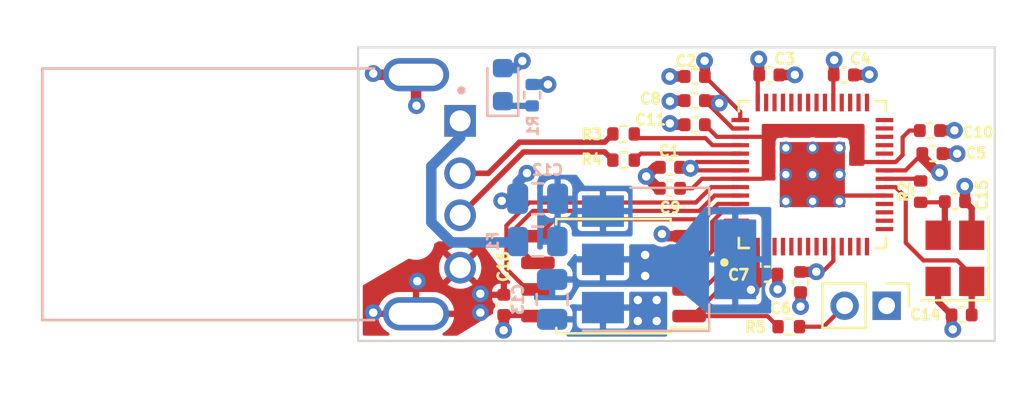
<source format=kicad_pcb>
(kicad_pcb (version 20211014) (generator pcbnew)
  (layers (0 "F.Cu" signal) (1 "In1.Cu" signal) (2 "In2.Cu" signal) (31 "B.Cu" signal) (34 "B.Paste" user) (35 "F.Paste" user) (36 "B.SilkS" user "B.Silkscreen") (37 "F.SilkS" user "F.Silkscreen") (38 "B.Mask" user) (39 "F.Mask" user) (44 "Edge.Cuts" user))
  (net 0 "")
  (net 1 "+3V3")
  (net 2 "GND")
  (net 3 "+1V1")
  (net 4 "Net-(C12-Pad1)")
  (net 5 "XIN")
  (net 6 "Net-(C15-Pad1)")
  (net 7 "Net-(D1-Pad1)")
  (net 8 "VCC")
  (net 9 "/~{USB_BOOT}")
  (net 10 "XOUT")
  (net 11 "Net-(R3-Pad2)")
  (net 12 "Net-(R4-Pad2)")
  (net 13 "/QSPI_CSN")
  (net 23 "/QSPI_SD3")
  (net 24 "/QSPI_SCLK")
  (net 25 "/QSPI_SD0")
  (net 26 "/QSPI_SD2")
  (net 27 "/QSPI_SD1")
  (net 52 "USB_D+")
  (net 53 "USB_D-")
  (footprint "Capacitor_SMD:C_0402_1005Metric" (layer "F.Cu") (at 114.55 97.94 -90)
    (fp_text reference "C6" (at 1.26 0.95 180) (layer "F.SilkS") (effects (font (size 0.5 0.5) (thickness 0.125))))
    (fp_text value "100n")
    (fp_line (start -0.107836 0.36) (end 0.107836 0.36) (layer "F.SilkS") (width 0.12))
    (fp_line (start -0.107836 -0.36) (end 0.107836 -0.36) (layer "F.SilkS") (width 0.12))
    (pad "1" smd roundrect (at -0.48 0 270) (size 0.56 0.62) (layers "F.Cu" "F.Paste" "F.Mask") (net 1 "+3V3"))
    (pad "2" smd roundrect (at 0.48 0 270) (size 0.56 0.62) (layers "F.Cu" "F.Paste" "F.Mask") (net 2 "GND"))
  )
  (footprint "Connector_PinHeader_2.00mm:PinHeader_1x02_P2.00mm_Vertical" (layer "F.Cu") (at 118.65 99.07 -90)
    (fp_text reference "J2" hide)
    (fp_text value "Conn_01x02")
    (fp_line (start -1.06 0) (end -1.06 -1.06) (layer "F.SilkS") (width 0.12))
    (fp_line (start -1.06 3.06) (end 1.06 3.06) (layer "F.SilkS") (width 0.12))
    (fp_line (start -1.06 1) (end -1.06 3.06) (layer "F.SilkS") (width 0.12))
    (fp_line (start -1.06 1) (end 1.06 1) (layer "F.SilkS") (width 0.12))
    (fp_line (start -1.06 -1.06) (end 0 -1.06) (layer "F.SilkS") (width 0.12))
    (fp_line (start 1.06 1) (end 1.06 3.06) (layer "F.SilkS") (width 0.12))
    (pad "1" thru_hole rect (at 0 0 270) (size 1.35 1.35) (drill 0.8) (layers *.Cu *.Mask) (net 2 "GND"))
    (pad "2" thru_hole oval (at 0 2 270) (size 1.35 1.35) (drill 0.8) (layers *.Cu *.Mask) (net 9 "/~{USB_BOOT}"))
  )
  (footprint "" (layer "F.Cu") (at 116.4 91.541802)
    (fp_text reference "" (at 0 0) (layer "F.SilkS") (effects (font (size 1.27 1.27))))
    (fp_text value "" (at 0 0) (layer "F.SilkS") (effects (font (size 1.27 1.27))))
    (pad "57" thru_hole circle locked (at 0 0) (size 0.6 0.6) (drill 0.35) (layers *.Cu) (net 2 "GND"))
  )
  (footprint "Capacitor_SMD:C_0402_1005Metric" (layer "F.Cu") (at 122.222512 99.509302 180)
    (fp_text reference "C14" (at 1.722512 0.009302) (layer "F.SilkS") (effects (font (size 0.5 0.5) (thickness 0.125))))
    (fp_text value "20p")
    (fp_line (start -0.107836 0.36) (end 0.107836 0.36) (layer "F.SilkS") (width 0.12))
    (fp_line (start -0.107836 -0.36) (end 0.107836 -0.36) (layer "F.SilkS") (width 0.12))
    (pad "1" smd roundrect (at -0.48 0 180) (size 0.56 0.62) (layers "F.Cu" "F.Paste" "F.Mask") (net 5 "XIN"))
    (pad "2" smd roundrect (at 0.48 0 180) (size 0.56 0.62) (layers "F.Cu" "F.Paste" "F.Mask") (net 2 "GND"))
  )
  (footprint "Resistor_SMD:R_0402_1005Metric" (layer "F.Cu") (at 120.27 93.63 90)
    (fp_text reference "R2" (at 0 -0.77 90) (layer "F.SilkS") (effects (font (size 0.5 0.5) (thickness 0.125))))
    (fp_text value "1k")
    (fp_line (start -0.153641 0.38) (end 0.153641 0.38) (layer "F.SilkS") (width 0.12))
    (fp_line (start -0.153641 -0.38) (end 0.153641 -0.38) (layer "F.SilkS") (width 0.12))
    (pad "1" smd roundrect (at -0.51 0 90) (size 0.54 0.64) (layers "F.Cu" "F.Paste" "F.Mask") (net 6 "Net-(C15-Pad1)"))
    (pad "2" smd roundrect (at 0.51 0 90) (size 0.54 0.64) (layers "F.Cu" "F.Paste" "F.Mask") (net 10 "XOUT"))
  )
  (footprint "" (layer "F.Cu") (at 116.4 94.091802)
    (fp_text reference "" (at 0 0) (layer "F.SilkS") (effects (font (size 1.27 1.27))))
    (fp_text value "" (at 0 0) (layer "F.SilkS") (effects (font (size 1.27 1.27))))
    (pad "57" thru_hole circle locked (at 0 0) (size 0.6 0.6) (drill 0.35) (layers *.Cu) (net 2 "GND"))
  )
  (footprint "Capacitor_SMD:C_0402_1005Metric" (layer "F.Cu") (at 116.611814 88.066802)
    (fp_text reference "C4" (at 0.788186 -0.766802) (layer "F.SilkS") (effects (font (size 0.5 0.5) (thickness 0.125))))
    (fp_text value "100n")
    (fp_line (start -0.107836 0.36) (end 0.107836 0.36) (layer "F.SilkS") (width 0.12))
    (fp_line (start -0.107836 -0.36) (end 0.107836 -0.36) (layer "F.SilkS") (width 0.12))
    (pad "1" smd roundrect (at -0.48 0) (size 0.56 0.62) (layers "F.Cu" "F.Paste" "F.Mask") (net 1 "+3V3"))
    (pad "2" smd roundrect (at 0.48 0) (size 0.56 0.62) (layers "F.Cu" "F.Paste" "F.Mask") (net 2 "GND"))
  )
  (footprint "Crystal:Crystal_SMD_SeikoEpson_FA238-4Pin_3.2x2.5mm" (layer "F.Cu") (at 121.901814 96.809302 90)
    (fp_text reference "HSE1" hide)
    (fp_text value "12MHz")
    (fp_line (start -2 -1.6) (end -2 1.6) (layer "F.SilkS") (width 0.12))
    (fp_line (start -2 1.6) (end 2 1.6) (layer "F.SilkS") (width 0.12))
    (pad "1" smd rect (at -1.1 0.8 90) (size 1.4 1.2) (layers "F.Cu" "F.Paste" "F.Mask") (net 5 "XIN"))
    (pad "2" smd rect (at 1.1 0.8 90) (size 1.4 1.2) (layers "F.Cu" "F.Paste" "F.Mask") (net 2 "GND"))
    (pad "3" smd rect (at 1.1 -0.8 90) (size 1.4 1.2) (layers "F.Cu" "F.Paste" "F.Mask") (net 6 "Net-(C15-Pad1)"))
    (pad "4" smd rect (at -1.1 -0.8 90) (size 1.4 1.2) (layers "F.Cu" "F.Paste" "F.Mask") (net 2 "GND"))
  )
  (footprint "Capacitor_SMD:C_0402_1005Metric" (layer "F.Cu") (at 120.711814 90.716802)
    (fp_text reference "C10" (at 2.288186 0.083198) (layer "F.SilkS") (effects (font (size 0.5 0.5) (thickness 0.125))))
    (fp_text value "100n")
    (fp_line (start -0.107836 0.36) (end 0.107836 0.36) (layer "F.SilkS") (width 0.12))
    (fp_line (start -0.107836 -0.36) (end 0.107836 -0.36) (layer "F.SilkS") (width 0.12))
    (pad "1" smd roundrect (at -0.48 0) (size 0.56 0.62) (layers "F.Cu" "F.Paste" "F.Mask") (net 3 "+1V1"))
    (pad "2" smd roundrect (at 0.48 0) (size 0.56 0.62) (layers "F.Cu" "F.Paste" "F.Mask") (net 2 "GND"))
  )
  (footprint "" (layer "F.Cu") (at 113.85 94.091802)
    (fp_text reference "" (at 0 0) (layer "F.SilkS") (effects (font (size 1.27 1.27))))
    (fp_text value "" (at 0 0) (layer "F.SilkS") (effects (font (size 1.27 1.27))))
    (pad "57" thru_hole circle locked (at 0 0) (size 0.6 0.6) (drill 0.35) (layers *.Cu) (net 2 "GND"))
  )
  (footprint "Resistor_SMD:R_0402_1005Metric" (layer "F.Cu") (at 106.121814 92.129302)
    (fp_text reference "R4" (at -1.521814 -0.029302) (layer "F.SilkS") (effects (font (size 0.5 0.5) (thickness 0.125))))
    (fp_text value "27")
    (fp_line (start -0.153641 0.38) (end 0.153641 0.38) (layer "F.SilkS") (width 0.12))
    (fp_line (start -0.153641 -0.38) (end 0.153641 -0.38) (layer "F.SilkS") (width 0.12))
    (pad "1" smd roundrect (at -0.51 0) (size 0.54 0.64) (layers "F.Cu" "F.Paste" "F.Mask") (net 52 "USB_D+"))
    (pad "2" smd roundrect (at 0.51 0) (size 0.54 0.64) (layers "F.Cu" "F.Paste" "F.Mask") (net 12 "Net-(R4-Pad2)"))
  )
  (footprint "RP2040:QFN40P700X700X90-57N" (layer "F.Cu") (at 115.111814 92.816802 90)
    (fp_text reference "U2" hide)
    (fp_text value "RP2040")
    (fp_line (start 3.5 3.5) (end 3.5 3.02) (layer "F.SilkS") (width 0.127))
    (fp_line (start -3.5 3.5) (end -3.02 3.5) (layer "F.SilkS") (width 0.127))
    (fp_line (start -3.5 3.5) (end -3.5 3.02) (layer "F.SilkS") (width 0.127))
    (fp_line (start 3.5 -3.5) (end 3.02 -3.5) (layer "F.SilkS") (width 0.127))
    (fp_line (start -3.5 -3.5) (end -3.02 -3.5) (layer "F.SilkS") (width 0.127))
    (fp_line (start 3.5 -3.5) (end 3.5 -3.02) (layer "F.SilkS") (width 0.127))
    (fp_line (start 3.5 3.5) (end 3.02 3.5) (layer "F.SilkS") (width 0.127))
    (fp_line (start -3.5 -3.5) (end -3.5 -3.02) (layer "F.SilkS") (width 0.127))
    (fp_circle (center -4.191 -4.191) (end -4.091 -4.191) (layer "F.SilkS") (width 0.2) (fill none))
    (pad "1" smd roundrect (at -3.435 -2.6 90) (size 0.84 0.2) (layers "F.Cu" "F.Paste" "F.Mask") (roundrect_rratio 0.03) (net 1 "+3V3"))
    (pad "2" smd roundrect (at -3.435 -2.2 90) (size 0.84 0.2) (layers "F.Cu" "F.Paste" "F.Mask") (roundrect_rratio 0.03))
    (pad "3" smd roundrect (at -3.435 -1.8 90) (size 0.84 0.2) (layers "F.Cu" "F.Paste" "F.Mask") (roundrect_rratio 0.03))
    (pad "4" smd roundrect (at -3.435 -1.4 90) (size 0.84 0.2) (layers "F.Cu" "F.Paste" "F.Mask") (roundrect_rratio 0.03))
    (pad "5" smd roundrect (at -3.435 -1 90) (size 0.84 0.2) (layers "F.Cu" "F.Paste" "F.Mask") (roundrect_rratio 0.03))
    (pad "6" smd roundrect (at -3.435 -0.6 90) (size 0.84 0.2) (layers "F.Cu" "F.Paste" "F.Mask") (roundrect_rratio 0.03))
    (pad "7" smd roundrect (at -3.435 -0.2 90) (size 0.84 0.2) (layers "F.Cu" "F.Paste" "F.Mask") (roundrect_rratio 0.03))
    (pad "8" smd roundrect (at -3.435 0.2 90) (size 0.84 0.2) (layers "F.Cu" "F.Paste" "F.Mask") (roundrect_rratio 0.03))
    (pad "9" smd roundrect (at -3.435 0.6 90) (size 0.84 0.2) (layers "F.Cu" "F.Paste" "F.Mask") (roundrect_rratio 0.03))
    (pad "10" smd roundrect (at -3.435 1 90) (size 0.84 0.2) (layers "F.Cu" "F.Paste" "F.Mask") (roundrect_rratio 0.03) (net 1 "+3V3"))
    (pad "11" smd roundrect (at -3.435 1.4 90) (size 0.84 0.2) (layers "F.Cu" "F.Paste" "F.Mask") (roundrect_rratio 0.03))
    (pad "12" smd roundrect (at -3.435 1.8 90) (size 0.84 0.2) (layers "F.Cu" "F.Paste" "F.Mask") (roundrect_rratio 0.03))
    (pad "13" smd roundrect (at -3.435 2.2 90) (size 0.84 0.2) (layers "F.Cu" "F.Paste" "F.Mask") (roundrect_rratio 0.03))
    (pad "14" smd roundrect (at -3.435 2.6 90) (size 0.84 0.2) (layers "F.Cu" "F.Paste" "F.Mask") (roundrect_rratio 0.03))
    (pad "15" smd roundrect (at -2.6 3.435 90) (size 0.2 0.84) (layers "F.Cu" "F.Paste" "F.Mask") (roundrect_rratio 0.1))
    (pad "16" smd roundrect (at -2.2 3.435 90) (size 0.2 0.84) (layers "F.Cu" "F.Paste" "F.Mask") (roundrect_rratio 0.1))
    (pad "17" smd roundrect (at -1.8 3.435 90) (size 0.2 0.84) (layers "F.Cu" "F.Paste" "F.Mask") (roundrect_rratio 0.1))
    (pad "18" smd roundrect (at -1.4 3.435 90) (size 0.2 0.84) (layers "F.Cu" "F.Paste" "F.Mask") (roundrect_rratio 0.1))
    (pad "19" smd roundrect (at -1 3.435 90) (size 0.2 0.84) (layers "F.Cu" "F.Paste" "F.Mask") (roundrect_rratio 0.1) (net 2 "GND"))
    (pad "20" smd roundrect (at -0.6 3.435 90) (size 0.2 0.84) (layers "F.Cu" "F.Paste" "F.Mask") (roundrect_rratio 0.1) (net 5 "XIN"))
    (pad "21" smd roundrect (at -0.2 3.435 90) (size 0.2 0.84) (layers "F.Cu" "F.Paste" "F.Mask") (roundrect_rratio 0.1) (net 10 "XOUT"))
    (pad "22" smd roundrect (at 0.2 3.435 90) (size 0.2 0.84) (layers "F.Cu" "F.Paste" "F.Mask") (roundrect_rratio 0.1) (net 1 "+3V3"))
    (pad "23" smd roundrect (at 0.6 3.435 90) (size 0.2 0.84) (layers "F.Cu" "F.Paste" "F.Mask") (roundrect_rratio 0.1) (net 3 "+1V1"))
    (pad "24" smd roundrect (at 1 3.435 90) (size 0.2 0.84) (layers "F.Cu" "F.Paste" "F.Mask") (roundrect_rratio 0.1))
    (pad "25" smd roundrect (at 1.4 3.435 90) (size 0.2 0.84) (layers "F.Cu" "F.Paste" "F.Mask") (roundrect_rratio 0.1))
    (pad "26" smd roundrect (at 1.8 3.435 90) (size 0.2 0.84) (layers "F.Cu" "F.Paste" "F.Mask") (roundrect_rratio 0.1))
    (pad "27" smd roundrect (at 2.2 3.435 90) (size 0.2 0.84) (layers "F.Cu" "F.Paste" "F.Mask") (roundrect_rratio 0.1))
    (pad "28" smd roundrect (at 2.6 3.435 90) (size 0.2 0.84) (layers "F.Cu" "F.Paste" "F.Mask") (roundrect_rratio 0.1))
    (pad "29" smd roundrect (at 3.435 2.6 90) (size 0.84 0.2) (layers "F.Cu" "F.Paste" "F.Mask") (roundrect_rratio 0.03))
    (pad "30" smd roundrect (at 3.435 2.2 90) (size 0.84 0.2) (layers "F.Cu" "F.Paste" "F.Mask") (roundrect_rratio 0.03))
    (pad "31" smd roundrect (at 3.435 1.8 90) (size 0.84 0.2) (layers "F.Cu" "F.Paste" "F.Mask") (roundrect_rratio 0.03))
    (pad "32" smd roundrect (at 3.435 1.4 90) (size 0.84 0.2) (layers "F.Cu" "F.Paste" "F.Mask") (roundrect_rratio 0.03))
    (pad "33" smd roundrect (at 3.435 1 90) (size 0.84 0.2) (layers "F.Cu" "F.Paste" "F.Mask") (roundrect_rratio 0.03) (net 1 "+3V3"))
    (pad "34" smd roundrect (at 3.435 0.6 90) (size 0.84 0.2) (layers "F.Cu" "F.Paste" "F.Mask") (roundrect_rratio 0.03))
    (pad "35" smd roundrect (at 3.435 0.2 90) (size 0.84 0.2) (layers "F.Cu" "F.Paste" "F.Mask") (roundrect_rratio 0.03))
    (pad "36" smd roundrect (at 3.435 -0.2 90) (size 0.84 0.2) (layers "F.Cu" "F.Paste" "F.Mask") (roundrect_rratio 0.03))
    (pad "37" smd roundrect (at 3.435 -0.6 90) (size 0.84 0.2) (layers "F.Cu" "F.Paste" "F.Mask") (roundrect_rratio 0.03))
    (pad "38" smd roundrect (at 3.435 -1 90) (size 0.84 0.2) (layers "F.Cu" "F.Paste" "F.Mask") (roundrect_rratio 0.03))
    (pad "39" smd roundrect (at 3.435 -1.4 90) (size 0.84 0.2) (layers "F.Cu" "F.Paste" "F.Mask") (roundrect_rratio 0.03))
    (pad "40" smd roundrect (at 3.435 -1.8 90) (size 0.84 0.2) (layers "F.Cu" "F.Paste" "F.Mask") (roundrect_rratio 0.03))
    (pad "41" smd roundrect (at 3.435 -2.2 90) (size 0.84 0.2) (layers "F.Cu" "F.Paste" "F.Mask") (roundrect_rratio 0.03))
    (pad "42" smd roundrect (at 3.435 -2.6 90) (size 0.84 0.2) (layers "F.Cu" "F.Paste" "F.Mask") (roundrect_rratio 0.03) (net 1 "+3V3"))
    (pad "43" smd roundrect (at 2.6 -3.435 90) (size 0.2 0.84) (layers "F.Cu" "F.Paste" "F.Mask") (roundrect_rratio 0.1) (net 1 "+3V3"))
    (pad "44" smd roundrect (at 2.2 -3.435 90) (size 0.2 0.84) (layers "F.Cu" "F.Paste" "F.Mask") (roundrect_rratio 0.1) (net 1 "+3V3"))
    (pad "45" smd roundrect (at 1.8 -3.435 90) (size 0.2 0.84) (layers "F.Cu" "F.Paste" "F.Mask") (roundrect_rratio 0.1) (net 3 "+1V1"))
    (pad "46" smd roundrect (at 1.4 -3.435 90) (size 0.2 0.84) (layers "F.Cu" "F.Paste" "F.Mask") (roundrect_rratio 0.1) (net 11 "Net-(R3-Pad2)"))
    (pad "47" smd roundrect (at 1 -3.435 90) (size 0.2 0.84) (layers "F.Cu" "F.Paste" "F.Mask") (roundrect_rratio 0.1) (net 12 "Net-(R4-Pad2)"))
    (pad "48" smd roundrect (at 0.6 -3.435 90) (size 0.2 0.84) (layers "F.Cu" "F.Paste" "F.Mask") (roundrect_rratio 0.1) (net 1 "+3V3"))
    (pad "49" smd roundrect (at 0.2 -3.435 90) (size 0.2 0.84) (layers "F.Cu" "F.Paste" "F.Mask") (roundrect_rratio 0.1) (net 1 "+3V3"))
    (pad "50" smd roundrect (at -0.2 -3.435 90) (size 0.2 0.84) (layers "F.Cu" "F.Paste" "F.Mask") (roundrect_rratio 0.1) (net 3 "+1V1"))
    (pad "51" smd roundrect (at -0.6 -3.435 90) (size 0.2 0.84) (layers "F.Cu" "F.Paste" "F.Mask") (roundrect_rratio 0.1) (net 23 "/QSPI_SD3"))
    (pad "52" smd roundrect (at -1 -3.435 90) (size 0.2 0.84) (layers "F.Cu" "F.Paste" "F.Mask") (roundrect_rratio 0.1) (net 24 "/QSPI_SCLK"))
    (pad "53" smd roundrect (at -1.4 -3.435 90) (size 0.2 0.84) (layers "F.Cu" "F.Paste" "F.Mask") (roundrect_rratio 0.1) (net 25 "/QSPI_SD0"))
    (pad "54" smd roundrect (at -1.8 -3.435 90) (size 0.2 0.84) (layers "F.Cu" "F.Paste" "F.Mask") (roundrect_rratio 0.1) (net 26 "/QSPI_SD2"))
    (pad "55" smd roundrect (at -2.2 -3.435 90) (size 0.2 0.84) (layers "F.Cu" "F.Paste" "F.Mask") (roundrect_rratio 0.1) (net 27 "/QSPI_SD1"))
    (pad "56" smd roundrect (at -2.6 -3.435 90) (size 0.2 0.84) (layers "F.Cu" "F.Paste" "F.Mask") (roundrect_rratio 0.1) (net 13 "/QSPI_CSN"))
    (pad "57" smd rect (at 0 0 90) (size 3.1 3.1) (layers "F.Cu" "F.Mask") (net 2 "GND"))
  )
  (footprint "" (layer "F.Cu") (at 115.125 91.541802)
    (fp_text reference "" (at 0 0) (layer "F.SilkS") (effects (font (size 1.27 1.27))))
    (fp_text value "" (at 0 0) (layer "F.SilkS") (effects (font (size 1.27 1.27))))
    (pad "57" thru_hole circle locked (at 0 0) (size 0.6 0.6) (drill 0.35) (layers *.Cu) (net 2 "GND"))
  )
  (footprint "Capacitor_SMD:C_0402_1005Metric" (layer "F.Cu") (at 121.901814 94.109302)
    (fp_text reference "C15" (at 1.298186 -0.309302 90) (layer "F.SilkS") (effects (font (size 0.5 0.5) (thickness 0.125))))
    (fp_text value "20p")
    (fp_line (start -0.107836 0.36) (end 0.107836 0.36) (layer "F.SilkS") (width 0.12))
    (fp_line (start -0.107836 -0.36) (end 0.107836 -0.36) (layer "F.SilkS") (width 0.12))
    (pad "1" smd roundrect (at -0.48 0) (size 0.56 0.62) (layers "F.Cu" "F.Paste" "F.Mask") (net 6 "Net-(C15-Pad1)"))
    (pad "2" smd roundrect (at 0.48 0) (size 0.56 0.62) (layers "F.Cu" "F.Paste" "F.Mask") (net 2 "GND"))
  )
  (footprint "Capacitor_SMD:C_0402_1005Metric" (layer "F.Cu") (at 109.511814 90.439302 180)
    (fp_text reference "C11" (at 2.111814 0.239302) (layer "F.SilkS") (effects (font (size 0.5 0.5) (thickness 0.125))))
    (fp_text value "1u")
    (fp_line (start -0.107836 -0.36) (end 0.107836 -0.36) (layer "F.SilkS") (width 0.12))
    (fp_line (start -0.107836 0.36) (end 0.107836 0.36) (layer "F.SilkS") (width 0.12))
    (pad "1" smd roundrect (at -0.48 0 180) (size 0.56 0.62) (layers "F.Cu" "F.Paste" "F.Mask") (net 3 "+1V1"))
    (pad "2" smd roundrect (at 0.48 0 180) (size 0.56 0.62) (layers "F.Cu" "F.Paste" "F.Mask") (net 2 "GND"))
  )
  (footprint "Resistor_SMD:R_0402_1005Metric" (layer "F.Cu") (at 106.121814 90.879302)
    (fp_text reference "R3" (at -1.521814 0.020698) (layer "F.SilkS") (effects (font (size 0.5 0.5) (thickness 0.125))))
    (fp_text value "27")
    (fp_line (start -0.153641 0.38) (end 0.153641 0.38) (layer "F.SilkS") (width 0.12))
    (fp_line (start -0.153641 -0.38) (end 0.153641 -0.38) (layer "F.SilkS") (width 0.12))
    (pad "1" smd roundrect (at -0.51 0) (size 0.54 0.64) (layers "F.Cu" "F.Paste" "F.Mask") (net 53 "USB_D-"))
    (pad "2" smd roundrect (at 0.51 0) (size 0.54 0.64) (layers "F.Cu" "F.Paste" "F.Mask") (net 11 "Net-(R3-Pad2)"))
  )
  (footprint "Capacitor_SMD:C_0402_1005Metric" (layer "F.Cu") (at 109.511814 88.139302 180)
    (fp_text reference "C2" (at 0.411814 0.739302) (layer "F.SilkS") (effects (font (size 0.5 0.5) (thickness 0.125))))
    (fp_text value "100n")
    (fp_line (start -0.107836 0.36) (end 0.107836 0.36) (layer "F.SilkS") (width 0.12))
    (fp_line (start -0.107836 -0.36) (end 0.107836 -0.36) (layer "F.SilkS") (width 0.12))
    (pad "1" smd roundrect (at -0.48 0 180) (size 0.56 0.62) (layers "F.Cu" "F.Paste" "F.Mask") (net 1 "+3V3"))
    (pad "2" smd roundrect (at 0.48 0 180) (size 0.56 0.62) (layers "F.Cu" "F.Paste" "F.Mask") (net 2 "GND"))
  )
  (footprint "" (layer "F.Cu") (at 116.4 92.816802)
    (fp_text reference "" (at 0 0) (layer "F.SilkS") (effects (font (size 1.27 1.27))))
    (fp_text value "" (at 0 0) (layer "F.SilkS") (effects (font (size 1.27 1.27))))
    (pad "57" thru_hole circle locked (at 0 0) (size 0.6 0.6) (drill 0.35) (layers *.Cu) (net 2 "GND"))
  )
  (footprint "" (layer "F.Cu") (at 113.85 92.816802)
    (fp_text reference "" (at 0 0) (layer "F.SilkS") (effects (font (size 1.27 1.27))))
    (fp_text value "" (at 0 0) (layer "F.SilkS") (effects (font (size 1.27 1.27))))
    (pad "57" thru_hole circle locked (at 0 0) (size 0.6 0.6) (drill 0.35) (layers *.Cu) (net 2 "GND"))
  )
  (footprint "Capacitor_SMD:C_0402_1005Metric" (layer "F.Cu") (at 109.511814 89.289302 180)
    (fp_text reference "C8" (at 2.111814 0.089302) (layer "F.SilkS") (effects (font (size 0.5 0.5) (thickness 0.125))))
    (fp_text value "1u")
    (fp_line (start -0.107836 -0.36) (end 0.107836 -0.36) (layer "F.SilkS") (width 0.12))
    (fp_line (start -0.107836 0.36) (end 0.107836 0.36) (layer "F.SilkS") (width 0.12))
    (pad "1" smd roundrect (at -0.48 0 180) (size 0.56 0.62) (layers "F.Cu" "F.Paste" "F.Mask") (net 1 "+3V3"))
    (pad "2" smd roundrect (at 0.48 0 180) (size 0.56 0.62) (layers "F.Cu" "F.Paste" "F.Mask") (net 2 "GND"))
  )
  (footprint "Package_SO:SOIC-8_5.23x5.23mm_P1.27mm" (layer "F.Cu") (at 105.641814 97.659302 180)
    (fp_text reference "U3" hide)
    (fp_text value "W25Q128JVS")
    (fp_line (start 2.725 2.725) (end 2.725 2.465) (layer "F.SilkS") (width 0.12))
    (fp_line (start -2.725 2.725) (end -2.725 2.465) (layer "F.SilkS") (width 0.12))
    (fp_line (start -2.725 -2.465) (end -4.4 -2.465) (layer "F.SilkS") (width 0.12))
    (fp_line (start 0 2.725) (end -2.725 2.725) (layer "F.SilkS") (width 0.12))
    (fp_line (start 0 2.725) (end 2.725 2.725) (layer "F.SilkS") (width 0.12))
    (fp_line (start 0 -2.725) (end 2.725 -2.725) (layer "F.SilkS") (width 0.12))
    (fp_line (start 0 -2.725) (end -2.725 -2.725) (layer "F.SilkS") (width 0.12))
    (fp_line (start 2.725 -2.725) (end 2.725 -2.465) (layer "F.SilkS") (width 0.12))
    (fp_line (start -2.725 -2.725) (end -2.725 -2.465) (layer "F.SilkS") (width 0.12))
    (pad "1" smd roundrect (at -3.6 -1.905 180) (size 1.6 0.6) (layers "F.Cu" "F.Paste" "F.Mask") (net 13 "/QSPI_CSN"))
    (pad "2" smd roundrect (at -3.6 -0.635 180) (size 1.6 0.6) (layers "F.Cu" "F.Paste" "F.Mask") (net 27 "/QSPI_SD1"))
    (pad "3" smd roundrect (at -3.6 0.635 180) (size 1.6 0.6) (layers "F.Cu" "F.Paste" "F.Mask") (net 26 "/QSPI_SD2"))
    (pad "4" smd roundrect (at -3.6 1.905 180) (size 1.6 0.6) (layers "F.Cu" "F.Paste" "F.Mask") (net 2 "GND"))
    (pad "5" smd roundrect (at 3.6 1.905 180) (size 1.6 0.6) (layers "F.Cu" "F.Paste" "F.Mask") (net 25 "/QSPI_SD0"))
    (pad "6" smd roundrect (at 3.6 0.635 180) (size 1.6 0.6) (layers "F.Cu" "F.Paste" "F.Mask") (net 24 "/QSPI_SCLK"))
    (pad "7" smd roundrect (at 3.6 -0.635 180) (size 1.6 0.6) (layers "F.Cu" "F.Paste" "F.Mask") (net 23 "/QSPI_SD3"))
    (pad "8" smd roundrect (at 3.6 -1.905 180) (size 1.6 0.6) (layers "F.Cu" "F.Paste" "F.Mask") (net 1 "+3V3"))
  )
  (footprint "Resistor_SMD:R_0402_1005Metric" (layer "F.Cu") (at 113.99 100.07 180)
    (fp_text reference "R5" (at 1.59 -0.03) (layer "F.SilkS") (effects (font (size 0.5 0.5) (thickness 0.125))))
    (fp_text value "1k")
    (fp_line (start -0.153641 0.38) (end 0.153641 0.38) (layer "F.SilkS") (width 0.12))
    (fp_line (start -0.153641 -0.38) (end 0.153641 -0.38) (layer "F.SilkS") (width 0.12))
    (pad "1" smd roundrect (at -0.51 0 180) (size 0.54 0.64) (layers "F.Cu" "F.Paste" "F.Mask") (net 9 "/~{USB_BOOT}"))
    (pad "2" smd roundrect (at 0.51 0 180) (size 0.54 0.64) (layers "F.Cu" "F.Paste" "F.Mask") (net 13 "/QSPI_CSN"))
  )
  (footprint "" (layer "F.Cu") (at 115.125 94.091802)
    (fp_text reference "" (at 0 0) (layer "F.SilkS") (effects (font (size 1.27 1.27))))
    (fp_text value "" (at 0 0) (layer "F.SilkS") (effects (font (size 1.27 1.27))))
    (pad "57" thru_hole circle locked (at 0 0) (size 0.6 0.6) (drill 0.35) (layers *.Cu) (net 2 "GND"))
  )
  (footprint "Capacitor_SMD:C_0402_1005Metric" (layer "F.Cu") (at 112.961814 97.566802)
    (fp_text reference "C7" (at -1.361814 0.033198) (layer "F.SilkS") (effects (font (size 0.5 0.5) (thickness 0.125))))
    (fp_text value "100n")
    (fp_line (start -0.107836 0.36) (end 0.107836 0.36) (layer "F.SilkS") (width 0.12))
    (fp_line (start -0.107836 -0.36) (end 0.107836 -0.36) (layer "F.SilkS") (width 0.12))
    (pad "1" smd roundrect (at -0.48 0) (size 0.56 0.62) (layers "F.Cu" "F.Paste" "F.Mask") (net 1 "+3V3"))
    (pad "2" smd roundrect (at 0.48 0) (size 0.56 0.62) (layers "F.Cu" "F.Paste" "F.Mask") (net 2 "GND"))
  )
  (footprint "Capacitor_SMD:C_0402_1005Metric" (layer "F.Cu") (at 120.83 91.816802)
    (fp_text reference "C5" (at 2.07 -0.016802) (layer "F.SilkS") (effects (font (size 0.5 0.5) (thickness 0.125))))
    (fp_text value "100n")
    (fp_line (start -0.107836 0.36) (end 0.107836 0.36) (layer "F.SilkS") (width 0.12))
    (fp_line (start -0.107836 -0.36) (end 0.107836 -0.36) (layer "F.SilkS") (width 0.12))
    (pad "1" smd roundrect (at -0.48 0) (size 0.56 0.62) (layers "F.Cu" "F.Paste" "F.Mask") (net 1 "+3V3"))
    (pad "2" smd roundrect (at 0.48 0) (size 0.56 0.62) (layers "F.Cu" "F.Paste" "F.Mask") (net 2 "GND"))
  )
  (footprint "Capacitor_SMD:C_0402_1005Metric" (layer "F.Cu") (at 108.331814 92.469302 180)
    (fp_text reference "C1" (at 0.031814 0.769302) (layer "F.SilkS") (effects (font (size 0.5 0.5) (thickness 0.125))))
    (fp_text value "100n")
    (fp_line (start -0.107836 0.36) (end 0.107836 0.36) (layer "F.SilkS") (width 0.12))
    (fp_line (start -0.107836 -0.36) (end 0.107836 -0.36) (layer "F.SilkS") (width 0.12))
    (pad "1" smd roundrect (at -0.48 0 180) (size 0.56 0.62) (layers "F.Cu" "F.Paste" "F.Mask") (net 1 "+3V3"))
    (pad "2" smd roundrect (at 0.48 0 180) (size 0.56 0.62) (layers "F.Cu" "F.Paste" "F.Mask") (net 2 "GND"))
  )
  (footprint "Capacitor_SMD:C_0402_1005Metric" (layer "F.Cu") (at 108.331814 93.469302 180)
    (fp_text reference "C9" (at 0 -0.930698) (layer "F.SilkS") (effects (font (size 0.5 0.5) (thickness 0.125))))
    (fp_text value "100n")
    (fp_line (start -0.107836 0.36) (end 0.107836 0.36) (layer "F.SilkS") (width 0.12))
    (fp_line (start -0.107836 -0.36) (end 0.107836 -0.36) (layer "F.SilkS") (width 0.12))
    (pad "1" smd roundrect (at -0.48 0 180) (size 0.56 0.62) (layers "F.Cu" "F.Paste" "F.Mask") (net 3 "+1V1"))
    (pad "2" smd roundrect (at 0.48 0 180) (size 0.56 0.62) (layers "F.Cu" "F.Paste" "F.Mask") (net 2 "GND"))
  )
  (footprint "Capacitor_SMD:C_0402_1005Metric" (layer "F.Cu") (at 113.061814 88.066802)
    (fp_text reference "C3" (at 0.738186 -0.766802) (layer "F.SilkS") (effects (font (size 0.5 0.5) (thickness 0.125))))
    (fp_text value "100n")
    (fp_line (start -0.107836 -0.36) (end 0.107836 -0.36) (layer "F.SilkS") (width 0.12))
    (fp_line (start -0.107836 0.36) (end 0.107836 0.36) (layer "F.SilkS") (width 0.12))
    (pad "1" smd roundrect (at -0.48 0) (size 0.56 0.62) (layers "F.Cu" "F.Paste" "F.Mask") (net 1 "+3V3"))
    (pad "2" smd roundrect (at 0.48 0) (size 0.56 0.62) (layers "F.Cu" "F.Paste" "F.Mask") (net 2 "GND"))
  )
  (footprint "" (layer "F.Cu") (at 115.125 92.816802)
    (fp_text reference "" (at 0 0) (layer "F.SilkS") (effects (font (size 1.27 1.27))))
    (fp_text value "" (at 0 0) (layer "F.SilkS") (effects (font (size 1.27 1.27))))
    (pad "57" thru_hole circle locked (at 0 0) (size 0.6 0.6) (drill 0.35) (layers *.Cu) (net 2 "GND"))
  )
  (footprint "" (layer "F.Cu") (at 113.85 91.541802)
    (fp_text reference "" (at 0 0) (layer "F.SilkS") (effects (font (size 1.27 1.27))))
    (fp_text value "" (at 0 0) (layer "F.SilkS") (effects (font (size 1.27 1.27))))
    (pad "57" thru_hole circle locked (at 0 0) (size 0.6 0.6) (drill 0.35) (layers *.Cu) (net 2 "GND"))
  )
  (footprint "Capacitor_SMD:C_0402_1005Metric" (layer "F.Cu") (at 100.42 99.03 90)
    (fp_text reference "C16" (at 1.83 -0.02 90) (layer "F.SilkS") (effects (font (size 0.5 0.5) (thickness 0.125))))
    (fp_text value "100n")
    (fp_line (start -0.107836 -0.36) (end 0.107836 -0.36) (layer "F.SilkS") (width 0.12))
    (fp_line (start -0.107836 0.36) (end 0.107836 0.36) (layer "F.SilkS") (width 0.12))
    (pad "1" smd roundrect (at -0.48 0 90) (size 0.56 0.62) (layers "F.Cu" "F.Paste" "F.Mask") (net 1 "+3V3"))
    (pad "2" smd roundrect (at 0.48 0 90) (size 0.56 0.62) (layers "F.Cu" "F.Paste" "F.Mask") (net 2 "GND"))
  )
  (footprint "Capacitor_SMD:C_0805_2012Metric" (layer "B.Cu") (at 102.72 98.77 -90)
    (fp_text reference "C13" (at 0 1.62 90) (layer "B.SilkS") (effects (font (size 0.5 0.5) (thickness 0.125)) (justify mirror)))
    (fp_text value "10u")
    (fp_line (start -0.261252 0.735) (end 0.261252 0.735) (layer "B.SilkS") (width 0.12))
    (fp_line (start -0.261252 -0.735) (end 0.261252 -0.735) (layer "B.SilkS") (width 0.12))
    (pad "1" smd roundrect (at -0.95 0 270) (size 1 1.45) (layers "B.Cu" "B.Paste" "B.Mask") (net 1 "+3V3"))
    (pad "2" smd roundrect (at 0.95 0 270) (size 1 1.45) (layers "B.Cu" "B.Paste" "B.Mask") (net 2 "GND"))
  )
  (footprint "Fuse:Fuse_0805_2012Metric" (layer "B.Cu") (at 102.03 96.01)
    (fp_text reference "F1" (at -2.13 -0.01 90) (layer "B.SilkS") (effects (font (size 0.5 0.5) (thickness 0.125)) (justify mirror)))
    (fp_text value "0805L050WR")
    (fp_line (start -0.258578 0.71) (end 0.258578 0.71) (layer "B.SilkS") (width 0.12))
    (fp_line (start -0.258578 -0.71) (end 0.258578 -0.71) (layer "B.SilkS") (width 0.12))
    (pad "1" smd roundrect (at -0.9375 0) (size 0.975 1.4) (layers "B.Cu" "B.Paste" "B.Mask") (net 8 "VCC"))
    (pad "2" smd roundrect (at 0.9375 0) (size 0.975 1.4) (layers "B.Cu" "B.Paste" "B.Mask") (net 4 "Net-(C12-Pad1)"))
  )
  (footprint "Capacitor_SMD:C_0805_2012Metric" (layer "B.Cu") (at 102.03 93.97 180)
    (fp_text reference "C12" (at -0.47 1.37 180) (layer "B.SilkS") (effects (font (size 0.5 0.5) (thickness 0.125)) (justify mirror)))
    (fp_text value "10u")
    (fp_line (start -0.261252 0.735) (end 0.261252 0.735) (layer "B.SilkS") (width 0.12))
    (fp_line (start -0.261252 -0.735) (end 0.261252 -0.735) (layer "B.SilkS") (width 0.12))
    (pad "1" smd roundrect (at -0.95 0 180) (size 1 1.45) (layers "B.Cu" "B.Paste" "B.Mask") (net 4 "Net-(C12-Pad1)"))
    (pad "2" smd roundrect (at 0.95 0 180) (size 1 1.45) (layers "B.Cu" "B.Paste" "B.Mask") (net 2 "GND"))
  )
  (footprint "MOLEX_48037-0001:MOLEX_48037-0001" (layer "B.Cu") (at 96.2375 93.75575 90)
    (fp_text reference "J1" hide)
    (fp_text value "USB-A")
    (fp_line (start 6 -2.75) (end 6 -2) (layer "B.SilkS") (width 0.127))
    (fp_line (start -6 -17.8) (end 6 -17.8) (layer "B.SilkS") (width 0.127))
    (fp_line (start -6 -2.75) (end -6 -17.8) (layer "B.SilkS") (width 0.127))
    (fp_line (start -6 -2) (end -6 -2.75) (layer "B.SilkS") (width 0.127))
    (fp_line (start -6 -2.75) (end 6 -2.75) (layer "B.SilkS") (width 0.127))
    (fp_line (start 6 -17.8) (end 6 -2.75) (layer "B.SilkS") (width 0.127))
    (fp_circle (center 4.953 2.159) (end 5.053 2.159) (layer "B.SilkS") (width 0.2) (fill none))
    (pad "" np_thru_hole circle (at -2.25 0 90) (size 1.25 1.25) (drill 1.25) (layers *.Cu *.Mask))
    (pad "" np_thru_hole circle (at 2.25 0 90) (size 1.25 1.25) (drill 1.25) (layers *.Cu *.Mask))
    (pad "1" thru_hole rect (at 3.5 2.1 90) (size 1.508 1.508) (drill 1) (layers *.Cu *.Mask) (net 8 "VCC"))
    (pad "2" thru_hole circle (at 1 2.1 90) (size 1.508 1.508) (drill 1) (layers *.Cu *.Mask) (net 53 "USB_D-"))
    (pad "3" thru_hole circle (at -1 2.1 90) (size 1.508 1.508) (drill 1) (layers *.Cu *.Mask) (net 52 "USB_D+"))
    (pad "4" thru_hole circle (at -3.5 2.1 90) (size 1.508 1.508) (drill 1) (layers *.Cu *.Mask) (net 2 "GND"))
    (pad "S1" thru_hole oval (at 5.7 0 90) (size 1.575 3.15) (drill oval 1.05 2.6) (layers *.Cu *.Mask) (net 2 "GND"))
    (pad "S2" thru_hole oval (at -5.7 0 90) (size 1.575 3.15) (drill oval 1.05 2.6) (layers *.Cu *.Mask) (net 2 "GND"))
  )
  (footprint "Package_TO_SOT_SMD:SOT-223-3_TabPin2" (layer "B.Cu") (at 108.29 96.86)
    (fp_text reference "U1" hide)
    (fp_text value "NCP1117-3.3_SOT223")
    (fp_line (start -4.1 3.41) (end 1.91 3.41) (layer "B.SilkS") (width 0.12))
    (fp_line (start -1.85 -3.41) (end 1.91 -3.41) (layer "B.SilkS") (width 0.12))
    (fp_line (start 1.91 3.41) (end 1.91 2.15) (layer "B.SilkS") (width 0.12))
    (fp_line (start 1.91 -3.41) (end 1.91 -2.15) (layer "B.SilkS") (width 0.12))
    (pad "1" smd rect (at -3.15 2.3) (size 2 1.5) (layers "B.Cu" "B.Paste" "B.Mask") (net 2 "GND"))
    (pad "2" smd rect (at 3.15 0) (size 2 3.8) (layers "B.Cu" "B.Paste" "B.Mask") (net 1 "+3V3"))
    (pad "2" smd rect (at -3.15 0) (size 2 1.5) (layers "B.Cu" "B.Paste" "B.Mask") (net 1 "+3V3"))
    (pad "3" smd rect (at -3.15 -2.3) (size 2 1.5) (layers "B.Cu" "B.Paste" "B.Mask") (net 4 "Net-(C12-Pad1)"))
  )
  (footprint "Resistor_SMD:R_0402_1005Metric" (layer "B.Cu") (at 101.77 89.03 90)
    (fp_text reference "R1" (at -1.47 0.03 90) (layer "B.SilkS") (effects (font (size 0.5 0.5) (thickness 0.125)) (justify mirror)))
    (fp_text value "2k2")
    (fp_line (start -0.153641 0.38) (end 0.153641 0.38) (layer "B.SilkS") (width 0.12))
    (fp_line (start -0.153641 -0.38) (end 0.153641 -0.38) (layer "B.SilkS") (width 0.12))
    (pad "1" smd roundrect (at -0.51 0 90) (size 0.54 0.64) (layers "B.Cu" "B.Paste" "B.Mask") (net 7 "Net-(D1-Pad1)"))
    (pad "2" smd roundrect (at 0.51 0 90) (size 0.54 0.64) (layers "B.Cu" "B.Paste" "B.Mask") (net 2 "GND"))
  )
  (footprint "LED_SMD:LED_0603_1608Metric" (layer "B.Cu") (at 100.37 88.53 90)
    (fp_text reference "D1" hide)
    (fp_text value "LED")
    (fp_line (start 0.8 0.735) (end -1.485 0.735) (layer "B.SilkS") (width 0.12))
    (fp_line (start -1.485 0.735) (end -1.485 -0.735) (layer "B.SilkS") (width 0.12))
    (fp_line (start -1.485 -0.735) (end 0.8 -0.735) (layer "B.SilkS") (width 0.12))
    (pad "1" smd roundrect (at -0.7875 0 90) (size 0.875 0.95) (layers "B.Cu" "B.Paste" "B.Mask") (net 7 "Net-(D1-Pad1)"))
    (pad "2" smd roundrect (at 0.7875 0 90) (size 0.875 0.95) (layers "B.Cu" "B.Paste" "B.Mask") (net 1 "+3V3"))
  )
  (gr_line (start 93.48 86.75) (end 93.48 100.75) (layer "Edge.Cuts") (width 0.1))
  (gr_line (start 93.48 100.75) (end 123.8 100.75) (layer "Edge.Cuts") (width 0.1))
  (gr_line (start 93.48 86.75) (end 123.8 86.75) (layer "Edge.Cuts") (width 0.1))
  (gr_line (start 123.8 86.75) (end 123.8 100.75) (layer "Edge.Cuts") (width 0.1))
  (segment (start 111.676814 90.216802) (end 111.676814 89.824302) (width 0.2) (layer "F.Cu") (net 1))
  (segment (start 118.546814 92.616802) (end 119.55 92.616802) (width 0.2) (layer "F.Cu") (net 1))
  (segment (start 116.131814 88.066802) (end 116.131814 87.368186) (width 0.5) (layer "F.Cu") (net 1))
  (segment (start 111.319314 90.616802) (end 109.991814 89.289302) (width 0.2) (layer "F.Cu") (net 1))
  (segment (start 108.858814 92.516302) (end 108.811814 92.469302) (width 0.5) (layer "F.Cu") (net 1))
  (segment (start 121.075114 92.726302) (end 121.17 92.726302) (width 0.5) (layer "F.Cu") (net 1))
  (segment (start 111.676814 92.616802) (end 109.4005 92.616802) (width 0.2) (layer "F.Cu") (net 1))
  (segment (start 112.581814 88.066802) (end 112.581814 87.331814) (width 0.5) (layer "F.Cu") (net 1))
  (segment (start 120.35 91.816802) (end 120.35 92.001188) (width 0.5) (layer "F.Cu") (net 1))
  (segment (start 116.111814 96.251802) (end 116.111814 96.938186) (width 0.2) (layer "F.Cu") (net 1))
  (segment (start 100.42 99.51) (end 101.987512 99.51) (width 0.3) (layer "F.Cu") (net 1))
  (segment (start 100.42 100.23) (end 100.41 100.24) (width 0.5) (layer "F.Cu") (net 1))
  (segment (start 109.991814 89.289302) (end 110.559302 89.289302) (width 0.5) (layer "F.Cu") (net 1))
  (segment (start 115.29 97.46) (end 115.3 97.45) (width 0.5) (layer "F.Cu") (net 1))
  (segment (start 120.35 92.001188) (end 121.075114 92.726302) (width 0.5) (layer "F.Cu") (net 1))
  (segment (start 110.559302 89.289302) (end 110.68 89.41) (width 0.5) (layer "F.Cu") (net 1))
  (segment (start 114.55 97.46) (end 115.29 97.46) (width 0.5) (layer "F.Cu") (net 1))
  (segment (start 109.991814 88.139302) (end 109.991814 87.401814) (width 0.5) (layer "F.Cu") (net 1))
  (segment (start 116.131814 87.368186) (end 116.15 87.35) (width 0.5) (layer "F.Cu") (net 1))
  (segment (start 108.959314 92.616802) (end 108.811814 92.469302) (width 0.2) (layer "F.Cu") (net 1))
  (segment (start 111.676814 92.216802) (end 109.5995 92.216802) (width 0.2) (layer "F.Cu") (net 1))
  (segment (start 116.111814 89.381802) (end 116.111814 88.086802) (width 0.2) (layer "F.Cu") (net 1))
  (segment (start 112.511814 96.251802) (end 112.511814 97.536802) (width 0.2) (layer "F.Cu") (net 1))
  (segment (start 109.3 92.516302) (end 108.858814 92.516302) (width 0.5) (layer "F.Cu") (net 1))
  (segment (start 112.481814 98.018186) (end 112.19 98.31) (width 0.5) (layer "F.Cu") (net 1))
  (segment (start 112.581814 87.331814) (end 112.56 87.31) (width 0.5) (layer "F.Cu") (net 1))
  (segment (start 119.55 92.616802) (end 120.35 91.816802) (width 0.2) (layer "F.Cu") (net 1))
  (segment (start 116.111814 96.938186) (end 115.6 97.45) (width 0.2) (layer "F.Cu") (net 1))
  (segment (start 101.987512 99.51) (end 102.041814 99.564302) (width 0.3) (layer "F.Cu") (net 1))
  (segment (start 109.991814 87.401814) (end 109.98 87.39) (width 0.5) (layer "F.Cu") (net 1))
  (segment (start 112.511814 89.381802) (end 112.511814 88.136802) (width 0.2) (layer "F.Cu") (net 1))
  (segment (start 112.481814 97.566802) (end 112.481814 98.018186) (width 0.5) (layer "F.Cu") (net 1))
  (segment (start 115.6 97.45) (end 115.3 97.45) (width 0.2) (layer "F.Cu") (net 1))
  (segment (start 111.676814 90.616802) (end 111.319314 90.616802) (width 0.2) (layer "F.Cu") (net 1))
  (segment (start 109.5995 92.216802) (end 109.3 92.516302) (width 0.2) (layer "F.Cu") (net 1))
  (segment (start 100.42 99.51) (end 100.42 100.23) (width 0.5) (layer "F.Cu") (net 1))
  (segment (start 111.676814 89.824302) (end 109.991814 88.139302) (width 0.2) (layer "F.Cu") (net 1))
  (segment (start 109.4005 92.616802) (end 109.3 92.516302) (width 0.2) (layer "F.Cu") (net 1))
  (segment (start 112.511814 97.536802) (end 112.481814 97.566802) (width 0.2) (layer "F.Cu") (net 1))
  (via (at 116.15 87.35) (size 0.8) (drill 0.4) (layers "F.Cu" "B.Cu") (net 1))
  (via (at 110.68 89.41) (size 0.8) (drill 0.4) (layers "F.Cu" "B.Cu") (net 1))
  (via (at 107.15 97.65) (size 0.8) (drill 0.4) (layers "F.Cu" "B.Cu") (net 1))
  (via (at 121.17 92.726302) (size 0.8) (drill 0.4) (layers "F.Cu" "B.Cu") (net 1))
  (via (at 109.98 87.39) (size 0.8) (drill 0.4) (layers "F.Cu" "B.Cu") (net 1))
  (via (at 112.56 87.31) (size 0.8) (drill 0.4) (layers "F.Cu" "B.Cu") (net 1))
  (via (at 107.15 96.65) (size 0.8) (drill 0.4) (layers "F.Cu" "B.Cu") (net 1))
  (via (at 100.41 100.24) (size 0.8) (drill 0.4) (layers "F.Cu" "B.Cu") (net 1))
  (via (at 112.19 98.31) (size 0.8) (drill 0.4) (layers "F.Cu" "B.Cu") (net 1))
  (via (at 109.3 92.516302) (size 0.8) (drill 0.4) (layers "F.Cu" "B.Cu") (net 1))
  (via (at 101.3 87.4) (size 0.8) (drill 0.4) (layers "F.Cu" "B.Cu") (net 1))
  (via (at 115.3 97.45) (size 0.8) (drill 0.4) (layers "F.Cu" "B.Cu") (net 1))
  (segment (start 100.9575 87.7425) (end 101.3 87.4) (width 0.5) (layer "B.Cu") (net 1))
  (segment (start 100.37 87.7425) (end 100.9575 87.7425) (width 0.5) (layer "B.Cu") (net 1))
  (segment (start 107.638655 92.469302) (end 107.201844 92.906113) (width 0.5) (layer "F.Cu") (net 2))
  (segment (start 98.3375 97.25575) (end 98.3375 97.2775) (width 0.5) (layer "F.Cu") (net 2))
  (segment (start 96.2375 88.05575) (end 94.25575 88.05575) (width 0.5) (layer "F.Cu") (net 2))
  (segment (start 122.701814 94.429302) (end 122.381814 94.109302) (width 0.3) (layer "F.Cu") (net 2))
  (segment (start 121.101814 98.868604) (end 121.742512 99.509302) (width 0.3) (layer "F.Cu") (net 2))
  (segment (start 96.2375 88.05575) (end 96.2375 89.5075) (width 0.5) (layer "F.Cu") (net 2))
  (segment (start 117.813198 88.066802) (end 117.83 88.05) (width 0.5) (layer "F.Cu") (net 2))
  (segment (start 121.88 90.71) (end 121.198616 90.71) (width 0.5) (layer "F.Cu") (net 2))
  (segment (start 121.74 99.511814) (end 121.742512 99.509302) (width 0.5) (layer "F.Cu") (net 2))
  (segment (start 107.851814 93.469302) (end 107.765033 93.469302) (width 0.5) (layer "F.Cu") (net 2))
  (segment (start 108.360698 89.289302) (end 108.33 89.32) (width 0.5) (layer "F.Cu") (net 2))
  (segment (start 94.25575 99.45575) (end 94.2 99.4) (width 0.5) (layer "F.Cu") (net 2))
  (segment (start 117.091814 88.066802) (end 117.813198 88.066802) (width 0.5) (layer "F.Cu") (net 2))
  (segment (start 108.3895 90.439302) (end 108.33 90.379802) (width 0.5) (layer "F.Cu") (net 2))
  (segment (start 109.031814 90.439302) (end 108.3895 90.439302) (width 0.5) (layer "F.Cu") (net 2))
  (segment (start 116.111814 93.816802) (end 115.111814 92.816802) (width 0.2) (layer "F.Cu") (net 2))
  (segment (start 94.25575 88.05575) (end 94.2 88) (width 0.5) (layer "F.Cu") (net 2))
  (segment (start 122.004988 91.816802) (end 122.008186 91.82) (width 0.5) (layer "F.Cu") (net 2))
  (segment (start 109.031814 88.139302) (end 108.320698 88.139302) (width 0.5) (layer "F.Cu") (net 2))
  (segment (start 121.742512 100.142512) (end 121.8 100.2) (width 0.5) (layer "F.Cu") (net 2))
  (segment (start 114.55 98.42) (end 114.55 99.11) (width 0.5) (layer "F.Cu") (net 2))
  (segment (start 118.546814 93.816802) (end 116.111814 93.816802) (width 0.2) (layer "F.Cu") (net 2))
  (segment (start 107.851814 92.469302) (end 107.638655 92.469302) (width 0.5) (layer "F.Cu") (net 2))
  (segment (start 121.873198 90.716802) (end 121.88 90.71) (width 0.2) (layer "F.Cu") (net 2))
  (segment (start 121.742512 99.509302) (end 121.742512 100.142512) (width 0.5) (layer "F.Cu") (net 2))
  (segment (start 96.2375 89.5075) (end 96.26 89.53) (width 0.5) (layer "F.Cu") (net 2))
  (segment (start 113.441814 97.566802) (end 113.441814 98.271814) (width 0.5) (layer "F.Cu") (net 2))
  (segment (start 121.198616 90.71) (end 121.191814 90.716802) (width 0.5) (layer "F.Cu") (net 2))
  (segment (start 122.381814 93.381814) (end 122.37 93.37) (width 0.5) (layer "F.Cu") (net 2))
  (segment (start 114.273198 88.066802) (end 114.28 88.06) (width 0.5) (layer "F.Cu") (net 2))
  (segment (start 121.31 91.816802) (end 122.004988 91.816802) (width 0.5) (layer "F.Cu") (net 2))
  (segment (start 113.441814 98.271814) (end 113.46 98.29) (width 0.5) (layer "F.Cu") (net 2))
  (segment (start 113.541814 88.066802) (end 114.273198 88.066802) (width 0.5) (layer "F.Cu") (net 2))
  (segment (start 109.241814 95.754302) (end 108.0555 95.754302) (width 0.5) (layer "F.Cu") (net 2))
  (segment (start 109.031814 89.289302) (end 108.360698 89.289302) (width 0.5) (layer "F.Cu") (net 2))
  (segment (start 121.101814 97.909302) (end 121.101814 98.868604) (width 0.3) (layer "F.Cu") (net 2))
  (segment (start 108.320698 88.139302) (end 108.32 88.14) (width 0.5) (layer "F.Cu") (net 2))
  (segment (start 107.765033 93.469302) (end 107.201844 92.906113) (width 0.5) (layer "F.Cu") (net 2))
  (segment (start 108.0555 95.754302) (end 107.95 95.648802) (width 0.5) (layer "F.Cu") (net 2))
  (segment (start 122.381814 94.109302) (end 122.381814 93.381814) (width 0.5) (layer "F.Cu") (net 2))
  (segment (start 122.701814 95.709302) (end 122.701814 94.429302) (width 0.3) (layer "F.Cu") (net 2))
  (via (at 96.26 89.53) (size 0.8) (drill 0.4) (layers "F.Cu" "B.Cu") (net 2))
  (via (at 107.7 98.8) (size 0.8) (drill 0.4) (layers "F.Cu" "B.Cu") (net 2))
  (via (at 99.3 98.5) (size 0.8) (drill 0.4) (layers "F.Cu" "B.Cu") (net 2))
  (via (at 101.52 92.75) (size 0.8) (drill 0.4) (layers "F.Cu" "B.Cu") (net 2))
  (via (at 113.46 98.29) (size 0.8) (drill 0.4) (layers "F.Cu" "B.Cu") (net 2))
  (via (at 100.32 94.07) (size 0.8) (drill 0.4) (layers "F.Cu" "B.Cu") (net 2))
  (via (at 108.33 90.379802) (size 0.8) (drill 0.4) (layers "F.Cu" "B.Cu") (net 2))
  (via (at 94.2 88) (size 0.8) (drill 0.4) (layers "F.Cu" "B.Cu") (net 2))
  (via (at 99.3 99.4) (size 0.8) (drill 0.4) (layers "F.Cu" "B.Cu") (net 2))
  (via (at 107.95 95.648802) (size 0.8) (drill 0.4) (layers "F.Cu" "B.Cu") (net 2))
  (via (at 102.52 88.52) (size 0.8) (drill 0.4) (layers "F.Cu" "B.Cu") (net 2))
  (via (at 106.8 98.8) (size 0.8) (drill 0.4) (layers "F.Cu" "B.Cu") (net 2))
  (via (at 114.28 88.06) (size 0.8) (drill 0.4) (layers "F.Cu" "B.Cu") (net 2))
  (via (at 108.32 88.14) (size 0.8) (drill 0.4) (layers "F.Cu" "B.Cu") (net 2))
  (via (at 114.55 99.11) (size 0.8) (drill 0.4) (layers "F.Cu" "B.Cu") (net 2))
  (via (at 121.88 90.71) (size 0.8) (drill 0.4) (layers "F.Cu" "B.Cu") (net 2))
  (via (at 107.201844 92.906113) (size 0.8) (drill 0.4) (layers "F.Cu" "B.Cu") (net 2))
  (via (at 108.33 89.32) (size 0.8) (drill 0.4) (layers "F.Cu" "B.Cu") (net 2))
  (via (at 106.8 99.8) (size 0.8) (drill 0.4) (layers "F.Cu" "B.Cu") (net 2))
  (via (at 121.8 100.2) (size 0.8) (drill 0.4) (layers "F.Cu" "B.Cu") (net 2))
  (via (at 122.008186 91.82) (size 0.8) (drill 0.4) (layers "F.Cu" "B.Cu") (net 2))
  (via (at 107.7 99.8) (size 0.8) (drill 0.4) (layers "F.Cu" "B.Cu") (net 2))
  (via (at 122.37 93.37) (size 0.8) (drill 0.4) (layers "F.Cu" "B.Cu") (net 2))
  (via (at 96.3 97.9) (size 0.8) (drill 0.4) (layers "F.Cu" "B.Cu") (net 2))
  (via (at 94.2 99.4) (size 0.8) (drill 0.4) (layers "F.Cu" "B.Cu") (net 2))
  (via (at 117.83 88.05) (size 0.8) (drill 0.4) (layers "F.Cu" "B.Cu") (net 2))
  (segment (start 100.42 93.97) (end 100.32 94.07) (width 0.5) (layer "B.Cu") (net 2))
  (segment (start 101.08 93.97) (end 101.08 93.19) (width 0.5) (layer "B.Cu") (net 2))
  (segment (start 101.08 93.19) (end 101.52 92.75) (width 0.5) (layer "B.Cu") (net 2))
  (segment (start 101.08 93.97) (end 100.42 93.97) (width 0.5) (layer "B.Cu") (net 2))
  (segment (start 101.77 88.52) (end 102.52 88.52) (width 0.5) (layer "B.Cu") (net 2))
  (segment (start 112.883198 91.016802) (end 112.9 91) (width 0.2) (layer "F.Cu") (net 3))
  (segment (start 119.411814 91.88435) (end 119.411814 91.039302) (width 0.2) (layer "F.Cu") (net 3))
  (segment (start 111.676814 91.016802) (end 110.569314 91.016802) (width 0.2) (layer "F.Cu") (net 3))
  (segment (start 117.416802 92.216802) (end 117.3 92.1) (width 0.2) (layer "F.Cu") (net 3))
  (segment (start 110.569314 91.016802) (end 109.991814 90.439302) (width 0.2) (layer "F.Cu") (net 3))
  (segment (start 109.85571 93.016802) (end 109.40321 93.469302) (width 0.2) (layer "F.Cu") (net 3))
  (segment (start 118.546814 92.216802) (end 117.416802 92.216802) (width 0.2) (layer "F.Cu") (net 3))
  (segment (start 119.734314 90.716802) (end 120.231814 90.716802) (width 0.2) (layer "F.Cu") (net 3))
  (segment (start 109.40321 93.469302) (end 108.811814 93.469302) (width 0.2) (layer "F.Cu") (net 3))
  (segment (start 119.079362 92.216802) (end 119.411814 91.88435) (width 0.2) (layer "F.Cu") (net 3))
  (segment (start 111.676814 91.016802) (end 112.883198 91.016802) (width 0.2) (layer "F.Cu") (net 3))
  (segment (start 119.411814 91.039302) (end 119.734314 90.716802) (width 0.2) (layer "F.Cu") (net 3))
  (segment (start 111.676814 93.016802) (end 109.85571 93.016802) (width 0.2) (layer "F.Cu") (net 3))
  (segment (start 112.783198 93.016802) (end 112.9 92.9) (width 0.2) (layer "F.Cu") (net 3))
  (segment (start 111.676814 93.016802) (end 112.783198 93.016802) (width 0.2) (layer "F.Cu") (net 3))
  (segment (start 118.546814 92.216802) (end 119.079362 92.216802) (width 0.2) (layer "F.Cu") (net 3))
  (segment (start 119.561814 96.069302) (end 120.401814 96.909302) (width 0.2) (layer "F.Cu") (net 5))
  (segment (start 122.701814 99.508604) (end 122.702512 99.509302) (width 0.3) (layer "F.Cu") (net 5))
  (segment (start 120.401814 96.909302) (end 122.001814 96.909302) (width 0.2) (layer "F.Cu") (net 5))
  (segment (start 119.079362 93.416802) (end 119.561814 93.899254) (width 0.2) (layer "F.Cu") (net 5))
  (segment (start 122.701814 97.609302) (end 122.701814 97.909302) (width 0.2) (layer "F.Cu") (net 5))
  (segment (start 118.546814 93.416802) (end 119.079362 93.416802) (width 0.2) (layer "F.Cu") (net 5))
  (segment (start 122.001814 96.909302) (end 122.701814 97.609302) (width 0.2) (layer "F.Cu") (net 5))
  (segment (start 122.701814 97.909302) (end 122.701814 99.508604) (width 0.3) (layer "F.Cu") (net 5))
  (segment (start 119.561814 93.899254) (end 119.561814 96.069302) (width 0.2) (layer "F.Cu") (net 5))
  (segment (start 121.391116 94.14) (end 121.421814 94.109302) (width 0.2) (layer "F.Cu") (net 6))
  (segment (start 121.421814 95.389302) (end 121.101814 95.709302) (width 0.3) (layer "F.Cu") (net 6))
  (segment (start 120.27 94.14) (end 121.391116 94.14) (width 0.2) (layer "F.Cu") (net 6))
  (segment (start 121.421814 94.109302) (end 121.421814 95.389302) (width 0.3) (layer "F.Cu") (net 6))
  (segment (start 120.901814 95.509302) (end 121.101814 95.709302) (width 0.2) (layer "F.Cu") (net 6))
  (segment (start 101.77 89.54) (end 100.5925 89.54) (width 0.3) (layer "B.Cu") (net 7))
  (segment (start 100.5925 89.54) (end 100.37 89.3175) (width 0.3) (layer "B.Cu") (net 7))
  (segment (start 101.05075 96.05175) (end 101.0925 96.01) (width 0.5) (layer "B.Cu") (net 8))
  (segment (start 98.3375 91.053036) (end 96.965268 92.425268) (width 0.5) (layer "B.Cu") (net 8))
  (segment (start 98.3375 90.25575) (end 98.3375 91.053036) (width 0.5) (layer "B.Cu") (net 8))
  (segment (start 96.965268 92.425268) (end 96.965268 95.095268) (width 0.5) (layer "B.Cu") (net 8))
  (segment (start 97.92175 96.05175) (end 101.05075 96.05175) (width 0.5) (layer "B.Cu") (net 8))
  (segment (start 96.965268 95.095268) (end 97.92175 96.05175) (width 0.5) (layer "B.Cu") (net 8))
  (segment (start 115.65 100.07) (end 116.65 99.07) (width 0.2) (layer "F.Cu") (net 9))
  (segment (start 114.5 100.07) (end 115.65 100.07) (width 0.2) (layer "F.Cu") (net 9))
  (segment (start 120.166802 93.016802) (end 120.27 93.12) (width 0.2) (layer "F.Cu") (net 10))
  (segment (start 118.546814 93.016802) (end 120.166802 93.016802) (width 0.2) (layer "F.Cu") (net 10))
  (segment (start 106.831814 91.079302) (end 106.631814 90.879302) (width 0.2) (layer "F.Cu") (net 11))
  (segment (start 110.359314 91.416802) (end 110.021814 91.079302) (width 0.2) (layer "F.Cu") (net 11))
  (segment (start 110.021814 91.079302) (end 106.831814 91.079302) (width 0.2) (layer "F.Cu") (net 11))
  (segment (start 111.676814 91.416802) (end 110.359314 91.416802) (width 0.2) (layer "F.Cu") (net 11))
  (segment (start 106.944314 91.816802) (end 106.631814 92.129302) (width 0.2) (layer "F.Cu") (net 12))
  (segment (start 111.676814 91.816802) (end 106.944314 91.816802) (width 0.2) (layer "F.Cu") (net 12))
  (segment (start 111.676814 95.416802) (end 111.676814 97.295698) (width 0.2) (layer "F.Cu") (net 13))
  (segment (start 109.40821 99.564302) (end 109.241814 99.564302) (width 0.2) (layer "F.Cu") (net 13))
  (segment (start 111.676814 97.295698) (end 109.40821 99.564302) (width 0.2) (layer "F.Cu") (net 13))
  (segment (start 112.974302 99.564302) (end 113.48 100.07) (width 0.2) (layer "F.Cu") (net 13))
  (segment (start 109.241814 99.564302) (end 112.974302 99.564302) (width 0.2) (layer "F.Cu") (net 13))
  (segment (start 100.541814 97.309302) (end 101.526814 98.294302) (width 0.2) (layer "F.Cu") (net 23))
  (segment (start 109.561814 94.149302) (end 101.637525 94.149302) (width 0.2) (layer "F.Cu") (net 23))
  (segment (start 101.637525 94.149302) (end 100.541814 95.245013) (width 0.2) (layer "F.Cu") (net 23))
  (segment (start 101.526814 98.294302) (end 102.041814 98.294302) (width 0.2) (layer "F.Cu") (net 23))
  (segment (start 100.541814 95.245013) (end 100.541814 97.309302) (width 0.2) (layer "F.Cu") (net 23))
  (segment (start 111.676814 93.416802) (end 110.294314 93.416802) (width 0.2) (layer "F.Cu") (net 23))
  (segment (start 110.294314 93.416802) (end 109.561814 94.149302) (width 0.2) (layer "F.Cu") (net 23))
  (segment (start 100.941814 96.090698) (end 101.875418 97.024302) (width 0.2) (layer "F.Cu") (net 24))
  (segment (start 101.875418 97.024302) (end 102.041814 97.024302) (width 0.2) (layer "F.Cu") (net 24))
  (segment (start 110.46 93.816802) (end 109.7275 94.549302) (width 0.2) (layer "F.Cu") (net 24))
  (segment (start 109.7275 94.549302) (end 101.80321 94.549302) (width 0.2) (layer "F.Cu") (net 24))
  (segment (start 111.676814 93.816802) (end 110.46 93.816802) (width 0.2) (layer "F.Cu") (net 24))
  (segment (start 100.941814 95.410698) (end 100.941814 96.090698) (width 0.2) (layer "F.Cu") (net 24))
  (segment (start 101.80321 94.549302) (end 100.941814 95.410698) (width 0.2) (layer "F.Cu") (net 24))
  (segment (start 102.846814 94.949302) (end 102.041814 95.754302) (width 0.2) (layer "F.Cu") (net 25))
  (segment (start 111.676814 94.216802) (end 110.625686 94.216802) (width 0.2) (layer "F.Cu") (net 25))
  (segment (start 109.893186 94.949302) (end 102.846814 94.949302) (width 0.2) (layer "F.Cu") (net 25))
  (segment (start 110.625686 94.216802) (end 109.893186 94.949302) (width 0.2) (layer "F.Cu") (net 25))
  (segment (start 111.676814 94.616802) (end 110.791372 94.616802) (width 0.2) (layer "F.Cu") (net 26))
  (segment (start 110.341814 96.460698) (end 109.77821 97.024302) (width 0.2) (layer "F.Cu") (net 26))
  (segment (start 109.77821 97.024302) (end 109.241814 97.024302) (width 0.2) (layer "F.Cu") (net 26))
  (segment (start 110.791372 94.616802) (end 110.341814 95.06636) (width 0.2) (layer "F.Cu") (net 26))
  (segment (start 110.341814 95.06636) (end 110.341814 96.460698) (width 0.2) (layer "F.Cu") (net 26))
  (segment (start 110.741814 97.460698) (end 109.90821 98.294302) (width 0.2) (layer "F.Cu") (net 27))
  (segment (start 110.96571 95.016802) (end 110.741814 95.240698) (width 0.2) (layer "F.Cu") (net 27))
  (segment (start 109.90821 98.294302) (end 109.241814 98.294302) (width 0.2) (layer "F.Cu") (net 27))
  (segment (start 110.741814 95.240698) (end 110.741814 97.460698) (width 0.2) (layer "F.Cu") (net 27))
  (segment (start 111.676814 95.016802) (end 110.96571 95.016802) (width 0.2) (layer "F.Cu") (net 27))
  (segment (start 101.356538 91.736712) (end 105.219224 91.736712) (width 0.26162) (layer "F.Cu") (net 52))
  (segment (start 98.3375 94.75575) (end 101.356538 91.736712) (width 0.26162) (layer "F.Cu") (net 52))
  (segment (start 105.219224 91.736712) (end 105.611814 92.129302) (width 0.26162) (layer "F.Cu") (net 52))
  (segment (start 101.164003 91.271892) (end 105.219224 91.271892) (width 0.26162) (layer "F.Cu") (net 53))
  (segment (start 105.219224 91.271892) (end 105.611814 90.879302) (width 0.26162) (layer "F.Cu") (net 53))
  (segment (start 98.3375 92.75575) (end 99.680145 92.75575) (width 0.26162) (layer "F.Cu") (net 53))
  (segment (start 99.680145 92.75575) (end 101.164003 91.271892) (width 0.26162) (layer "F.Cu") (net 53))
  (zone (net 2) (net_name "GND") (layer "F.Cu") (connect_pads (clearance 0.2)) (min_thickness 0.15) (fill yes (thermal_gap 0.25) (thermal_bridge_width 0.3))
    (polygon (pts (xy 100.8 98) (xy 100.8 98.9) (xy 100.8 98.9) (xy 98.2 100.5) (xy 93.7 100.5) (xy 93.7 98.1) (xy 97.3 96) (xy 97.3 96) (xy 99.3 96)))
  )
  (zone (net 3) (net_name "+1V1") (layer "F.Cu") (connect_pads (clearance 0.2)) (min_thickness 0.15) (fill yes (thermal_gap 0.25) (thermal_bridge_width 0.3))
    (polygon (pts (xy 117.6 92.4) (xy 116.8 92.4) (xy 116.8 91.1) (xy 113.4 91.1) (xy 113.4 93.1) (xy 112.7 93.1) (xy 112.7 90.4) (xy 117.6 90.4)))
  )
  (zone (net 4) (net_name "Net-(C12-Pad1)") (layer "B.Cu") (priority 1) (connect_pads (clearance 0.2)) (min_thickness 0.2) (fill yes (thermal_gap 0.2) (thermal_bridge_width 0.3))
    (polygon (pts (xy 104.267 93.345) (xy 106.553 93.345) (xy 106.553 95.771) (xy 103.632 95.771) (xy 103.632 96.393) (xy 102.008 96.393) (xy 102.008 92.824) (xy 103.886 92.824)))
  )
  (zone (net 2) (net_name "GND") (layer "B.Cu") (connect_pads (clearance 0.2)) (min_thickness 0.15) (fill yes (thermal_gap 0.25) (thermal_bridge_width 0.3))
    (polygon (pts (xy 108.2 100.7) (xy 101.6 100.7) (xy 101.6 99) (xy 104.1 99) (xy 104.1 98.4) (xy 108.2 98.4)))
  )
  (zone (net 1) (net_name "+3V3") (layer "B.Cu") (priority 1) (connect_pads (clearance 0.15)) (min_thickness 0.15) (fill yes (thermal_gap 0.25) (thermal_bridge_width 0.3))
    (polygon (pts (xy 113.157 99.441) (xy 110.109 99.441) (xy 108.585 98.171) (xy 104.013 98.171) (xy 103.632 98.806) (xy 101.854 98.806) (xy 101.854 97.282) (xy 103.251 97.282) (xy 104.14 96.139) (xy 108.585 96.139) (xy 109.982 94.361) (xy 113.157 94.361)))
  )
)
</source>
